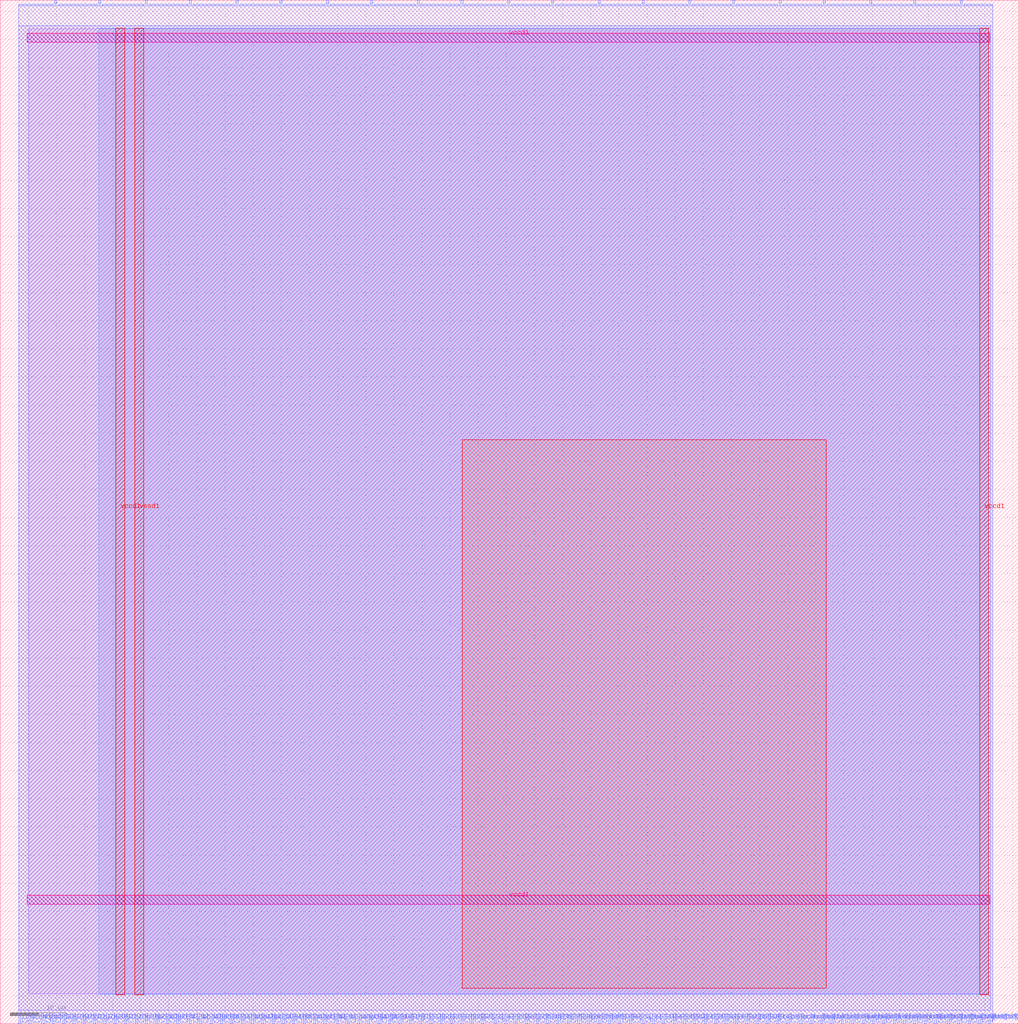
<source format=lef>
VERSION 5.7 ;
  NOWIREEXTENSIONATPIN ON ;
  DIVIDERCHAR "/" ;
  BUSBITCHARS "[]" ;
MACRO N_term_RAM_IO
  CLASS BLOCK ;
  FOREIGN N_term_RAM_IO ;
  ORIGIN 0.000 0.000 ;
  SIZE 181.000 BY 182.000 ;
  PIN FrameStrobe[0]
    DIRECTION INPUT ;
    USE SIGNAL ;
    ANTENNAGATEAREA 0.126000 ;
    PORT
      LAYER met2 ;
        RECT 138.040 0.000 138.420 0.700 ;
    END
  END FrameStrobe[0]
  PIN FrameStrobe[10]
    DIRECTION INPUT ;
    USE SIGNAL ;
    ANTENNAGATEAREA 0.196500 ;
    PORT
      LAYER met2 ;
        RECT 156.900 0.000 157.280 0.700 ;
    END
  END FrameStrobe[10]
  PIN FrameStrobe[11]
    DIRECTION INPUT ;
    USE SIGNAL ;
    ANTENNAGATEAREA 0.213000 ;
    PORT
      LAYER met2 ;
        RECT 158.740 0.000 159.120 0.700 ;
    END
  END FrameStrobe[11]
  PIN FrameStrobe[12]
    DIRECTION INPUT ;
    USE SIGNAL ;
    ANTENNAGATEAREA 0.126000 ;
    PORT
      LAYER met2 ;
        RECT 160.580 0.000 160.960 0.700 ;
    END
  END FrameStrobe[12]
  PIN FrameStrobe[13]
    DIRECTION INPUT ;
    USE SIGNAL ;
    ANTENNAGATEAREA 0.196500 ;
    PORT
      LAYER met2 ;
        RECT 162.420 0.000 162.800 0.700 ;
    END
  END FrameStrobe[13]
  PIN FrameStrobe[14]
    DIRECTION INPUT ;
    USE SIGNAL ;
    ANTENNAGATEAREA 0.213000 ;
    PORT
      LAYER met2 ;
        RECT 164.260 0.000 164.640 0.700 ;
    END
  END FrameStrobe[14]
  PIN FrameStrobe[15]
    DIRECTION INPUT ;
    USE SIGNAL ;
    ANTENNAGATEAREA 0.126000 ;
    PORT
      LAYER met2 ;
        RECT 166.100 0.000 166.480 0.700 ;
    END
  END FrameStrobe[15]
  PIN FrameStrobe[16]
    DIRECTION INPUT ;
    USE SIGNAL ;
    ANTENNAGATEAREA 0.126000 ;
    PORT
      LAYER met2 ;
        RECT 168.400 0.000 168.780 0.700 ;
    END
  END FrameStrobe[16]
  PIN FrameStrobe[17]
    DIRECTION INPUT ;
    USE SIGNAL ;
    ANTENNAGATEAREA 0.126000 ;
    PORT
      LAYER met2 ;
        RECT 170.240 0.000 170.620 0.700 ;
    END
  END FrameStrobe[17]
  PIN FrameStrobe[18]
    DIRECTION INPUT ;
    USE SIGNAL ;
    ANTENNAGATEAREA 0.126000 ;
    PORT
      LAYER met2 ;
        RECT 172.080 0.000 172.460 0.700 ;
    END
  END FrameStrobe[18]
  PIN FrameStrobe[19]
    DIRECTION INPUT ;
    USE SIGNAL ;
    ANTENNAGATEAREA 0.126000 ;
    PORT
      LAYER met2 ;
        RECT 173.920 0.000 174.300 0.700 ;
    END
  END FrameStrobe[19]
  PIN FrameStrobe[1]
    DIRECTION INPUT ;
    USE SIGNAL ;
    ANTENNAGATEAREA 0.196500 ;
    PORT
      LAYER met2 ;
        RECT 139.880 0.000 140.260 0.700 ;
    END
  END FrameStrobe[1]
  PIN FrameStrobe[2]
    DIRECTION INPUT ;
    USE SIGNAL ;
    ANTENNAGATEAREA 0.196500 ;
    PORT
      LAYER met2 ;
        RECT 142.180 0.000 142.560 0.700 ;
    END
  END FrameStrobe[2]
  PIN FrameStrobe[3]
    DIRECTION INPUT ;
    USE SIGNAL ;
    ANTENNAGATEAREA 0.196500 ;
    PORT
      LAYER met2 ;
        RECT 144.020 0.000 144.400 0.700 ;
    END
  END FrameStrobe[3]
  PIN FrameStrobe[4]
    DIRECTION INPUT ;
    USE SIGNAL ;
    ANTENNAGATEAREA 0.126000 ;
    PORT
      LAYER met2 ;
        RECT 145.860 0.000 146.240 0.700 ;
    END
  END FrameStrobe[4]
  PIN FrameStrobe[5]
    DIRECTION INPUT ;
    USE SIGNAL ;
    ANTENNAGATEAREA 0.196500 ;
    PORT
      LAYER met2 ;
        RECT 147.700 0.000 148.080 0.700 ;
    END
  END FrameStrobe[5]
  PIN FrameStrobe[6]
    DIRECTION INPUT ;
    USE SIGNAL ;
    ANTENNAGATEAREA 0.196500 ;
    PORT
      LAYER met2 ;
        RECT 149.540 0.000 149.920 0.700 ;
    END
  END FrameStrobe[6]
  PIN FrameStrobe[7]
    DIRECTION INPUT ;
    USE SIGNAL ;
    ANTENNAGATEAREA 0.126000 ;
    PORT
      LAYER met2 ;
        RECT 151.380 0.000 151.760 0.700 ;
    END
  END FrameStrobe[7]
  PIN FrameStrobe[8]
    DIRECTION INPUT ;
    USE SIGNAL ;
    ANTENNAGATEAREA 0.126000 ;
    PORT
      LAYER met2 ;
        RECT 153.220 0.000 153.600 0.700 ;
    END
  END FrameStrobe[8]
  PIN FrameStrobe[9]
    DIRECTION INPUT ;
    USE SIGNAL ;
    ANTENNAGATEAREA 0.126000 ;
    PORT
      LAYER met2 ;
        RECT 155.060 0.000 155.440 0.700 ;
    END
  END FrameStrobe[9]
  PIN FrameStrobe_O[0]
    DIRECTION OUTPUT TRISTATE ;
    USE SIGNAL ;
    ANTENNADIFFAREA 0.445500 ;
    PORT
      LAYER met2 ;
        RECT 9.700 181.300 10.080 182.000 ;
    END
  END FrameStrobe_O[0]
  PIN FrameStrobe_O[10]
    DIRECTION OUTPUT TRISTATE ;
    USE SIGNAL ;
    ANTENNADIFFAREA 0.795200 ;
    PORT
      LAYER met2 ;
        RECT 90.200 181.300 90.580 182.000 ;
    END
  END FrameStrobe_O[10]
  PIN FrameStrobe_O[11]
    DIRECTION OUTPUT TRISTATE ;
    USE SIGNAL ;
    ANTENNADIFFAREA 0.445500 ;
    PORT
      LAYER met2 ;
        RECT 98.020 181.300 98.400 182.000 ;
    END
  END FrameStrobe_O[11]
  PIN FrameStrobe_O[12]
    DIRECTION OUTPUT TRISTATE ;
    USE SIGNAL ;
    ANTENNADIFFAREA 0.445500 ;
    PORT
      LAYER met2 ;
        RECT 106.300 181.300 106.680 182.000 ;
    END
  END FrameStrobe_O[12]
  PIN FrameStrobe_O[13]
    DIRECTION OUTPUT TRISTATE ;
    USE SIGNAL ;
    ANTENNADIFFAREA 0.445500 ;
    PORT
      LAYER met2 ;
        RECT 114.120 181.300 114.500 182.000 ;
    END
  END FrameStrobe_O[13]
  PIN FrameStrobe_O[14]
    DIRECTION OUTPUT TRISTATE ;
    USE SIGNAL ;
    ANTENNADIFFAREA 0.795200 ;
    PORT
      LAYER met2 ;
        RECT 122.400 181.300 122.780 182.000 ;
    END
  END FrameStrobe_O[14]
  PIN FrameStrobe_O[15]
    DIRECTION OUTPUT TRISTATE ;
    USE SIGNAL ;
    ANTENNADIFFAREA 0.795200 ;
    PORT
      LAYER met2 ;
        RECT 130.220 181.300 130.600 182.000 ;
    END
  END FrameStrobe_O[15]
  PIN FrameStrobe_O[16]
    DIRECTION OUTPUT TRISTATE ;
    USE SIGNAL ;
    ANTENNADIFFAREA 0.795200 ;
    PORT
      LAYER met2 ;
        RECT 138.500 181.300 138.880 182.000 ;
    END
  END FrameStrobe_O[16]
  PIN FrameStrobe_O[17]
    DIRECTION OUTPUT TRISTATE ;
    USE SIGNAL ;
    ANTENNADIFFAREA 0.445500 ;
    PORT
      LAYER met2 ;
        RECT 146.320 181.300 146.700 182.000 ;
    END
  END FrameStrobe_O[17]
  PIN FrameStrobe_O[18]
    DIRECTION OUTPUT TRISTATE ;
    USE SIGNAL ;
    ANTENNADIFFAREA 0.445500 ;
    PORT
      LAYER met2 ;
        RECT 154.600 181.300 154.980 182.000 ;
    END
  END FrameStrobe_O[18]
  PIN FrameStrobe_O[19]
    DIRECTION OUTPUT TRISTATE ;
    USE SIGNAL ;
    ANTENNADIFFAREA 0.445500 ;
    PORT
      LAYER met2 ;
        RECT 162.420 181.300 162.800 182.000 ;
    END
  END FrameStrobe_O[19]
  PIN FrameStrobe_O[1]
    DIRECTION OUTPUT TRISTATE ;
    USE SIGNAL ;
    ANTENNADIFFAREA 0.445500 ;
    PORT
      LAYER met2 ;
        RECT 17.520 181.300 17.900 182.000 ;
    END
  END FrameStrobe_O[1]
  PIN FrameStrobe_O[2]
    DIRECTION OUTPUT TRISTATE ;
    USE SIGNAL ;
    ANTENNADIFFAREA 0.795200 ;
    PORT
      LAYER met2 ;
        RECT 25.800 181.300 26.180 182.000 ;
    END
  END FrameStrobe_O[2]
  PIN FrameStrobe_O[3]
    DIRECTION OUTPUT TRISTATE ;
    USE SIGNAL ;
    ANTENNADIFFAREA 0.795200 ;
    PORT
      LAYER met2 ;
        RECT 33.620 181.300 34.000 182.000 ;
    END
  END FrameStrobe_O[3]
  PIN FrameStrobe_O[4]
    DIRECTION OUTPUT TRISTATE ;
    USE SIGNAL ;
    ANTENNADIFFAREA 0.445500 ;
    PORT
      LAYER met2 ;
        RECT 41.900 181.300 42.280 182.000 ;
    END
  END FrameStrobe_O[4]
  PIN FrameStrobe_O[5]
    DIRECTION OUTPUT TRISTATE ;
    USE SIGNAL ;
    ANTENNADIFFAREA 0.445500 ;
    PORT
      LAYER met2 ;
        RECT 49.720 181.300 50.100 182.000 ;
    END
  END FrameStrobe_O[5]
  PIN FrameStrobe_O[6]
    DIRECTION OUTPUT TRISTATE ;
    USE SIGNAL ;
    ANTENNADIFFAREA 0.445500 ;
    PORT
      LAYER met2 ;
        RECT 58.000 181.300 58.380 182.000 ;
    END
  END FrameStrobe_O[6]
  PIN FrameStrobe_O[7]
    DIRECTION OUTPUT TRISTATE ;
    USE SIGNAL ;
    ANTENNADIFFAREA 0.445500 ;
    PORT
      LAYER met2 ;
        RECT 65.820 181.300 66.200 182.000 ;
    END
  END FrameStrobe_O[7]
  PIN FrameStrobe_O[8]
    DIRECTION OUTPUT TRISTATE ;
    USE SIGNAL ;
    ANTENNADIFFAREA 0.795200 ;
    PORT
      LAYER met2 ;
        RECT 74.100 181.300 74.480 182.000 ;
    END
  END FrameStrobe_O[8]
  PIN FrameStrobe_O[9]
    DIRECTION OUTPUT TRISTATE ;
    USE SIGNAL ;
    ANTENNADIFFAREA 0.795200 ;
    PORT
      LAYER met2 ;
        RECT 81.920 181.300 82.300 182.000 ;
    END
  END FrameStrobe_O[9]
  PIN N1END[0]
    DIRECTION INPUT ;
    USE SIGNAL ;
    ANTENNAGATEAREA 0.126000 ;
    PORT
      LAYER met2 ;
        RECT 3.260 0.000 3.640 0.700 ;
    END
  END N1END[0]
  PIN N1END[1]
    DIRECTION INPUT ;
    USE SIGNAL ;
    ANTENNAGATEAREA 0.196500 ;
    PORT
      LAYER met2 ;
        RECT 5.100 0.000 5.480 0.700 ;
    END
  END N1END[1]
  PIN N1END[2]
    DIRECTION INPUT ;
    USE SIGNAL ;
    ANTENNAGATEAREA 0.196500 ;
    PORT
      LAYER met2 ;
        RECT 7.400 0.000 7.780 0.700 ;
    END
  END N1END[2]
  PIN N1END[3]
    DIRECTION INPUT ;
    USE SIGNAL ;
    ANTENNAGATEAREA 0.196500 ;
    PORT
      LAYER met2 ;
        RECT 9.240 0.000 9.620 0.700 ;
    END
  END N1END[3]
  PIN N2END[0]
    DIRECTION INPUT ;
    USE SIGNAL ;
    ANTENNAGATEAREA 0.196500 ;
    PORT
      LAYER met2 ;
        RECT 25.800 0.000 26.180 0.700 ;
    END
  END N2END[0]
  PIN N2END[1]
    DIRECTION INPUT ;
    USE SIGNAL ;
    ANTENNAGATEAREA 0.196500 ;
    PORT
      LAYER met2 ;
        RECT 27.640 0.000 28.020 0.700 ;
    END
  END N2END[1]
  PIN N2END[2]
    DIRECTION INPUT ;
    USE SIGNAL ;
    ANTENNAGATEAREA 0.196500 ;
    PORT
      LAYER met2 ;
        RECT 29.480 0.000 29.860 0.700 ;
    END
  END N2END[2]
  PIN N2END[3]
    DIRECTION INPUT ;
    USE SIGNAL ;
    ANTENNAGATEAREA 0.196500 ;
    PORT
      LAYER met2 ;
        RECT 31.320 0.000 31.700 0.700 ;
    END
  END N2END[3]
  PIN N2END[4]
    DIRECTION INPUT ;
    USE SIGNAL ;
    ANTENNAGATEAREA 0.196500 ;
    PORT
      LAYER met2 ;
        RECT 33.620 0.000 34.000 0.700 ;
    END
  END N2END[4]
  PIN N2END[5]
    DIRECTION INPUT ;
    USE SIGNAL ;
    ANTENNAGATEAREA 0.196500 ;
    PORT
      LAYER met2 ;
        RECT 35.460 0.000 35.840 0.700 ;
    END
  END N2END[5]
  PIN N2END[6]
    DIRECTION INPUT ;
    USE SIGNAL ;
    ANTENNAGATEAREA 0.126000 ;
    PORT
      LAYER met2 ;
        RECT 37.300 0.000 37.680 0.700 ;
    END
  END N2END[6]
  PIN N2END[7]
    DIRECTION INPUT ;
    USE SIGNAL ;
    ANTENNAGATEAREA 0.126000 ;
    PORT
      LAYER met2 ;
        RECT 39.140 0.000 39.520 0.700 ;
    END
  END N2END[7]
  PIN N2MID[0]
    DIRECTION INPUT ;
    USE SIGNAL ;
    ANTENNAGATEAREA 0.213000 ;
    PORT
      LAYER met2 ;
        RECT 11.080 0.000 11.460 0.700 ;
    END
  END N2MID[0]
  PIN N2MID[1]
    DIRECTION INPUT ;
    USE SIGNAL ;
    ANTENNAGATEAREA 0.126000 ;
    PORT
      LAYER met2 ;
        RECT 12.920 0.000 13.300 0.700 ;
    END
  END N2MID[1]
  PIN N2MID[2]
    DIRECTION INPUT ;
    USE SIGNAL ;
    ANTENNAGATEAREA 0.126000 ;
    PORT
      LAYER met2 ;
        RECT 14.760 0.000 15.140 0.700 ;
    END
  END N2MID[2]
  PIN N2MID[3]
    DIRECTION INPUT ;
    USE SIGNAL ;
    ANTENNAGATEAREA 0.196500 ;
    PORT
      LAYER met2 ;
        RECT 16.600 0.000 16.980 0.700 ;
    END
  END N2MID[3]
  PIN N2MID[4]
    DIRECTION INPUT ;
    USE SIGNAL ;
    ANTENNAGATEAREA 0.126000 ;
    PORT
      LAYER met2 ;
        RECT 18.440 0.000 18.820 0.700 ;
    END
  END N2MID[4]
  PIN N2MID[5]
    DIRECTION INPUT ;
    USE SIGNAL ;
    ANTENNAGATEAREA 0.126000 ;
    PORT
      LAYER met2 ;
        RECT 20.280 0.000 20.660 0.700 ;
    END
  END N2MID[5]
  PIN N2MID[6]
    DIRECTION INPUT ;
    USE SIGNAL ;
    ANTENNAGATEAREA 0.196500 ;
    PORT
      LAYER met2 ;
        RECT 22.120 0.000 22.500 0.700 ;
    END
  END N2MID[6]
  PIN N2MID[7]
    DIRECTION INPUT ;
    USE SIGNAL ;
    ANTENNAGATEAREA 0.126000 ;
    PORT
      LAYER met2 ;
        RECT 23.960 0.000 24.340 0.700 ;
    END
  END N2MID[7]
  PIN N4END[0]
    DIRECTION INPUT ;
    USE SIGNAL ;
    ANTENNAGATEAREA 0.196500 ;
    PORT
      LAYER met2 ;
        RECT 40.980 0.000 41.360 0.700 ;
    END
  END N4END[0]
  PIN N4END[10]
    DIRECTION INPUT ;
    USE SIGNAL ;
    ANTENNAGATEAREA 0.196500 ;
    PORT
      LAYER met2 ;
        RECT 59.840 0.000 60.220 0.700 ;
    END
  END N4END[10]
  PIN N4END[11]
    DIRECTION INPUT ;
    USE SIGNAL ;
    ANTENNAGATEAREA 0.196500 ;
    PORT
      LAYER met2 ;
        RECT 61.680 0.000 62.060 0.700 ;
    END
  END N4END[11]
  PIN N4END[12]
    DIRECTION INPUT ;
    USE SIGNAL ;
    ANTENNAGATEAREA 0.196500 ;
    PORT
      LAYER met2 ;
        RECT 63.520 0.000 63.900 0.700 ;
    END
  END N4END[12]
  PIN N4END[13]
    DIRECTION INPUT ;
    USE SIGNAL ;
    ANTENNAGATEAREA 0.196500 ;
    PORT
      LAYER met2 ;
        RECT 65.360 0.000 65.740 0.700 ;
    END
  END N4END[13]
  PIN N4END[14]
    DIRECTION INPUT ;
    USE SIGNAL ;
    ANTENNAGATEAREA 0.196500 ;
    PORT
      LAYER met2 ;
        RECT 67.200 0.000 67.580 0.700 ;
    END
  END N4END[14]
  PIN N4END[15]
    DIRECTION INPUT ;
    USE SIGNAL ;
    ANTENNAGATEAREA 0.196500 ;
    PORT
      LAYER met2 ;
        RECT 69.040 0.000 69.420 0.700 ;
    END
  END N4END[15]
  PIN N4END[1]
    DIRECTION INPUT ;
    USE SIGNAL ;
    ANTENNAGATEAREA 0.196500 ;
    PORT
      LAYER met2 ;
        RECT 42.820 0.000 43.200 0.700 ;
    END
  END N4END[1]
  PIN N4END[2]
    DIRECTION INPUT ;
    USE SIGNAL ;
    ANTENNAGATEAREA 0.196500 ;
    PORT
      LAYER met2 ;
        RECT 44.660 0.000 45.040 0.700 ;
    END
  END N4END[2]
  PIN N4END[3]
    DIRECTION INPUT ;
    USE SIGNAL ;
    ANTENNAGATEAREA 0.196500 ;
    PORT
      LAYER met2 ;
        RECT 46.500 0.000 46.880 0.700 ;
    END
  END N4END[3]
  PIN N4END[4]
    DIRECTION INPUT ;
    USE SIGNAL ;
    ANTENNAGATEAREA 0.196500 ;
    PORT
      LAYER met2 ;
        RECT 48.340 0.000 48.720 0.700 ;
    END
  END N4END[4]
  PIN N4END[5]
    DIRECTION INPUT ;
    USE SIGNAL ;
    ANTENNAGATEAREA 0.196500 ;
    PORT
      LAYER met2 ;
        RECT 50.180 0.000 50.560 0.700 ;
    END
  END N4END[5]
  PIN N4END[6]
    DIRECTION INPUT ;
    USE SIGNAL ;
    ANTENNAGATEAREA 0.196500 ;
    PORT
      LAYER met2 ;
        RECT 52.020 0.000 52.400 0.700 ;
    END
  END N4END[6]
  PIN N4END[7]
    DIRECTION INPUT ;
    USE SIGNAL ;
    ANTENNAGATEAREA 0.196500 ;
    PORT
      LAYER met2 ;
        RECT 53.860 0.000 54.240 0.700 ;
    END
  END N4END[7]
  PIN N4END[8]
    DIRECTION INPUT ;
    USE SIGNAL ;
    ANTENNAGATEAREA 0.196500 ;
    PORT
      LAYER met2 ;
        RECT 55.700 0.000 56.080 0.700 ;
    END
  END N4END[8]
  PIN N4END[9]
    DIRECTION INPUT ;
    USE SIGNAL ;
    ANTENNAGATEAREA 0.196500 ;
    PORT
      LAYER met2 ;
        RECT 57.540 0.000 57.920 0.700 ;
    END
  END N4END[9]
  PIN S1BEG[0]
    DIRECTION OUTPUT TRISTATE ;
    USE SIGNAL ;
    ANTENNADIFFAREA 0.795200 ;
    PORT
      LAYER met2 ;
        RECT 70.880 0.000 71.260 0.700 ;
    END
  END S1BEG[0]
  PIN S1BEG[1]
    DIRECTION OUTPUT TRISTATE ;
    USE SIGNAL ;
    ANTENNADIFFAREA 0.445500 ;
    PORT
      LAYER met2 ;
        RECT 72.720 0.000 73.100 0.700 ;
    END
  END S1BEG[1]
  PIN S1BEG[2]
    DIRECTION OUTPUT TRISTATE ;
    USE SIGNAL ;
    ANTENNADIFFAREA 0.445500 ;
    PORT
      LAYER met2 ;
        RECT 74.560 0.000 74.940 0.700 ;
    END
  END S1BEG[2]
  PIN S1BEG[3]
    DIRECTION OUTPUT TRISTATE ;
    USE SIGNAL ;
    ANTENNADIFFAREA 0.795200 ;
    PORT
      LAYER met2 ;
        RECT 76.400 0.000 76.780 0.700 ;
    END
  END S1BEG[3]
  PIN S2BEG[0]
    DIRECTION OUTPUT TRISTATE ;
    USE SIGNAL ;
    ANTENNADIFFAREA 0.445500 ;
    PORT
      LAYER met2 ;
        RECT 78.240 0.000 78.620 0.700 ;
    END
  END S2BEG[0]
  PIN S2BEG[1]
    DIRECTION OUTPUT TRISTATE ;
    USE SIGNAL ;
    ANTENNADIFFAREA 0.445500 ;
    PORT
      LAYER met2 ;
        RECT 80.080 0.000 80.460 0.700 ;
    END
  END S2BEG[1]
  PIN S2BEG[2]
    DIRECTION OUTPUT TRISTATE ;
    USE SIGNAL ;
    ANTENNADIFFAREA 0.445500 ;
    PORT
      LAYER met2 ;
        RECT 81.920 0.000 82.300 0.700 ;
    END
  END S2BEG[2]
  PIN S2BEG[3]
    DIRECTION OUTPUT TRISTATE ;
    USE SIGNAL ;
    ANTENNADIFFAREA 0.445500 ;
    PORT
      LAYER met2 ;
        RECT 83.760 0.000 84.140 0.700 ;
    END
  END S2BEG[3]
  PIN S2BEG[4]
    DIRECTION OUTPUT TRISTATE ;
    USE SIGNAL ;
    ANTENNADIFFAREA 0.445500 ;
    PORT
      LAYER met2 ;
        RECT 85.600 0.000 85.980 0.700 ;
    END
  END S2BEG[4]
  PIN S2BEG[5]
    DIRECTION OUTPUT TRISTATE ;
    USE SIGNAL ;
    ANTENNADIFFAREA 0.445500 ;
    PORT
      LAYER met2 ;
        RECT 87.900 0.000 88.280 0.700 ;
    END
  END S2BEG[5]
  PIN S2BEG[6]
    DIRECTION OUTPUT TRISTATE ;
    USE SIGNAL ;
    ANTENNADIFFAREA 0.795200 ;
    PORT
      LAYER met2 ;
        RECT 89.740 0.000 90.120 0.700 ;
    END
  END S2BEG[6]
  PIN S2BEG[7]
    DIRECTION OUTPUT TRISTATE ;
    USE SIGNAL ;
    ANTENNADIFFAREA 0.445500 ;
    PORT
      LAYER met2 ;
        RECT 91.580 0.000 91.960 0.700 ;
    END
  END S2BEG[7]
  PIN S2BEGb[0]
    DIRECTION OUTPUT TRISTATE ;
    USE SIGNAL ;
    ANTENNADIFFAREA 0.795200 ;
    PORT
      LAYER met2 ;
        RECT 93.420 0.000 93.800 0.700 ;
    END
  END S2BEGb[0]
  PIN S2BEGb[1]
    DIRECTION OUTPUT TRISTATE ;
    USE SIGNAL ;
    ANTENNADIFFAREA 0.795200 ;
    PORT
      LAYER met2 ;
        RECT 95.260 0.000 95.640 0.700 ;
    END
  END S2BEGb[1]
  PIN S2BEGb[2]
    DIRECTION OUTPUT TRISTATE ;
    USE SIGNAL ;
    ANTENNADIFFAREA 0.445500 ;
    PORT
      LAYER met2 ;
        RECT 97.100 0.000 97.480 0.700 ;
    END
  END S2BEGb[2]
  PIN S2BEGb[3]
    DIRECTION OUTPUT TRISTATE ;
    USE SIGNAL ;
    ANTENNADIFFAREA 0.445500 ;
    PORT
      LAYER met2 ;
        RECT 98.940 0.000 99.320 0.700 ;
    END
  END S2BEGb[3]
  PIN S2BEGb[4]
    DIRECTION OUTPUT TRISTATE ;
    USE SIGNAL ;
    ANTENNADIFFAREA 0.795200 ;
    PORT
      LAYER met2 ;
        RECT 100.780 0.000 101.160 0.700 ;
    END
  END S2BEGb[4]
  PIN S2BEGb[5]
    DIRECTION OUTPUT TRISTATE ;
    USE SIGNAL ;
    ANTENNADIFFAREA 0.795200 ;
    PORT
      LAYER met2 ;
        RECT 102.620 0.000 103.000 0.700 ;
    END
  END S2BEGb[5]
  PIN S2BEGb[6]
    DIRECTION OUTPUT TRISTATE ;
    USE SIGNAL ;
    ANTENNADIFFAREA 0.795200 ;
    PORT
      LAYER met2 ;
        RECT 104.460 0.000 104.840 0.700 ;
    END
  END S2BEGb[6]
  PIN S2BEGb[7]
    DIRECTION OUTPUT TRISTATE ;
    USE SIGNAL ;
    ANTENNADIFFAREA 0.795200 ;
    PORT
      LAYER met2 ;
        RECT 106.300 0.000 106.680 0.700 ;
    END
  END S2BEGb[7]
  PIN S4BEG[0]
    DIRECTION OUTPUT TRISTATE ;
    USE SIGNAL ;
    ANTENNADIFFAREA 0.795200 ;
    PORT
      LAYER met2 ;
        RECT 108.140 0.000 108.520 0.700 ;
    END
  END S4BEG[0]
  PIN S4BEG[10]
    DIRECTION OUTPUT TRISTATE ;
    USE SIGNAL ;
    ANTENNADIFFAREA 0.795200 ;
    PORT
      LAYER met2 ;
        RECT 127.000 0.000 127.380 0.700 ;
    END
  END S4BEG[10]
  PIN S4BEG[11]
    DIRECTION OUTPUT TRISTATE ;
    USE SIGNAL ;
    ANTENNADIFFAREA 0.795200 ;
    PORT
      LAYER met2 ;
        RECT 128.840 0.000 129.220 0.700 ;
    END
  END S4BEG[11]
  PIN S4BEG[12]
    DIRECTION OUTPUT TRISTATE ;
    USE SIGNAL ;
    ANTENNADIFFAREA 0.795200 ;
    PORT
      LAYER met2 ;
        RECT 130.680 0.000 131.060 0.700 ;
    END
  END S4BEG[12]
  PIN S4BEG[13]
    DIRECTION OUTPUT TRISTATE ;
    USE SIGNAL ;
    ANTENNADIFFAREA 0.795200 ;
    PORT
      LAYER met2 ;
        RECT 132.520 0.000 132.900 0.700 ;
    END
  END S4BEG[13]
  PIN S4BEG[14]
    DIRECTION OUTPUT TRISTATE ;
    USE SIGNAL ;
    ANTENNADIFFAREA 0.795200 ;
    PORT
      LAYER met2 ;
        RECT 134.360 0.000 134.740 0.700 ;
    END
  END S4BEG[14]
  PIN S4BEG[15]
    DIRECTION OUTPUT TRISTATE ;
    USE SIGNAL ;
    ANTENNADIFFAREA 0.795200 ;
    PORT
      LAYER met2 ;
        RECT 136.200 0.000 136.580 0.700 ;
    END
  END S4BEG[15]
  PIN S4BEG[1]
    DIRECTION OUTPUT TRISTATE ;
    USE SIGNAL ;
    ANTENNADIFFAREA 0.795200 ;
    PORT
      LAYER met2 ;
        RECT 109.980 0.000 110.360 0.700 ;
    END
  END S4BEG[1]
  PIN S4BEG[2]
    DIRECTION OUTPUT TRISTATE ;
    USE SIGNAL ;
    ANTENNADIFFAREA 0.795200 ;
    PORT
      LAYER met2 ;
        RECT 111.820 0.000 112.200 0.700 ;
    END
  END S4BEG[2]
  PIN S4BEG[3]
    DIRECTION OUTPUT TRISTATE ;
    USE SIGNAL ;
    ANTENNADIFFAREA 0.795200 ;
    PORT
      LAYER met2 ;
        RECT 114.120 0.000 114.500 0.700 ;
    END
  END S4BEG[3]
  PIN S4BEG[4]
    DIRECTION OUTPUT TRISTATE ;
    USE SIGNAL ;
    ANTENNADIFFAREA 0.795200 ;
    PORT
      LAYER met2 ;
        RECT 115.960 0.000 116.340 0.700 ;
    END
  END S4BEG[4]
  PIN S4BEG[5]
    DIRECTION OUTPUT TRISTATE ;
    USE SIGNAL ;
    ANTENNADIFFAREA 0.795200 ;
    PORT
      LAYER met2 ;
        RECT 117.800 0.000 118.180 0.700 ;
    END
  END S4BEG[5]
  PIN S4BEG[6]
    DIRECTION OUTPUT TRISTATE ;
    USE SIGNAL ;
    ANTENNADIFFAREA 0.795200 ;
    PORT
      LAYER met2 ;
        RECT 119.640 0.000 120.020 0.700 ;
    END
  END S4BEG[6]
  PIN S4BEG[7]
    DIRECTION OUTPUT TRISTATE ;
    USE SIGNAL ;
    ANTENNADIFFAREA 0.795200 ;
    PORT
      LAYER met2 ;
        RECT 121.480 0.000 121.860 0.700 ;
    END
  END S4BEG[7]
  PIN S4BEG[8]
    DIRECTION OUTPUT TRISTATE ;
    USE SIGNAL ;
    ANTENNADIFFAREA 0.795200 ;
    PORT
      LAYER met2 ;
        RECT 123.320 0.000 123.700 0.700 ;
    END
  END S4BEG[8]
  PIN S4BEG[9]
    DIRECTION OUTPUT TRISTATE ;
    USE SIGNAL ;
    ANTENNADIFFAREA 0.795200 ;
    PORT
      LAYER met2 ;
        RECT 125.160 0.000 125.540 0.700 ;
    END
  END S4BEG[9]
  PIN UserCLK
    DIRECTION INPUT ;
    USE SIGNAL ;
    ANTENNAGATEAREA 0.159000 ;
    PORT
      LAYER met2 ;
        RECT 175.760 0.000 176.140 0.700 ;
    END
  END UserCLK
  PIN UserCLKo
    DIRECTION OUTPUT TRISTATE ;
    USE SIGNAL ;
    ANTENNADIFFAREA 0.340600 ;
    PORT
      LAYER met2 ;
        RECT 170.700 181.300 171.080 182.000 ;
    END
  END UserCLKo
  PIN vccd1
    DIRECTION INOUT ;
    USE POWER ;
    PORT
      LAYER met4 ;
        RECT 20.580 5.200 22.180 177.040 ;
    END
    PORT
      LAYER met4 ;
        RECT 174.180 5.200 175.780 177.040 ;
    END
    PORT
      LAYER met5 ;
        RECT 4.820 21.290 175.960 22.890 ;
    END
    PORT
      LAYER met5 ;
        RECT 4.820 174.470 175.960 176.070 ;
    END
  END vccd1
  PIN vssd1
    DIRECTION INOUT ;
    USE GROUND ;
    PORT
      LAYER met4 ;
        RECT 23.880 5.200 25.480 177.040 ;
    END
  END vssd1
  OBS
      LAYER li1 ;
        RECT 5.060 5.355 175.720 176.885 ;
      LAYER met1 ;
        RECT 3.290 2.420 176.110 177.440 ;
      LAYER met2 ;
        RECT 3.320 181.020 9.420 181.300 ;
        RECT 10.360 181.020 17.240 181.300 ;
        RECT 18.180 181.020 25.520 181.300 ;
        RECT 26.460 181.020 33.340 181.300 ;
        RECT 34.280 181.020 41.620 181.300 ;
        RECT 42.560 181.020 49.440 181.300 ;
        RECT 50.380 181.020 57.720 181.300 ;
        RECT 58.660 181.020 65.540 181.300 ;
        RECT 66.480 181.020 73.820 181.300 ;
        RECT 74.760 181.020 81.640 181.300 ;
        RECT 82.580 181.020 89.920 181.300 ;
        RECT 90.860 181.020 97.740 181.300 ;
        RECT 98.680 181.020 106.020 181.300 ;
        RECT 106.960 181.020 113.840 181.300 ;
        RECT 114.780 181.020 122.120 181.300 ;
        RECT 123.060 181.020 129.940 181.300 ;
        RECT 130.880 181.020 138.220 181.300 ;
        RECT 139.160 181.020 146.040 181.300 ;
        RECT 146.980 181.020 154.320 181.300 ;
        RECT 155.260 181.020 162.140 181.300 ;
        RECT 163.080 181.020 170.420 181.300 ;
        RECT 171.360 181.020 176.480 181.300 ;
        RECT 3.320 0.980 176.480 181.020 ;
        RECT 3.920 0.270 4.820 0.980 ;
        RECT 5.760 0.270 7.120 0.980 ;
        RECT 8.060 0.270 8.960 0.980 ;
        RECT 9.900 0.270 10.800 0.980 ;
        RECT 11.740 0.270 12.640 0.980 ;
        RECT 13.580 0.270 14.480 0.980 ;
        RECT 15.420 0.270 16.320 0.980 ;
        RECT 17.260 0.270 18.160 0.980 ;
        RECT 19.100 0.270 20.000 0.980 ;
        RECT 20.940 0.270 21.840 0.980 ;
        RECT 22.780 0.270 23.680 0.980 ;
        RECT 24.620 0.270 25.520 0.980 ;
        RECT 26.460 0.270 27.360 0.980 ;
        RECT 28.300 0.270 29.200 0.980 ;
        RECT 30.140 0.270 31.040 0.980 ;
        RECT 31.980 0.270 33.340 0.980 ;
        RECT 34.280 0.270 35.180 0.980 ;
        RECT 36.120 0.270 37.020 0.980 ;
        RECT 37.960 0.270 38.860 0.980 ;
        RECT 39.800 0.270 40.700 0.980 ;
        RECT 41.640 0.270 42.540 0.980 ;
        RECT 43.480 0.270 44.380 0.980 ;
        RECT 45.320 0.270 46.220 0.980 ;
        RECT 47.160 0.270 48.060 0.980 ;
        RECT 49.000 0.270 49.900 0.980 ;
        RECT 50.840 0.270 51.740 0.980 ;
        RECT 52.680 0.270 53.580 0.980 ;
        RECT 54.520 0.270 55.420 0.980 ;
        RECT 56.360 0.270 57.260 0.980 ;
        RECT 58.200 0.270 59.560 0.980 ;
        RECT 60.500 0.270 61.400 0.980 ;
        RECT 62.340 0.270 63.240 0.980 ;
        RECT 64.180 0.270 65.080 0.980 ;
        RECT 66.020 0.270 66.920 0.980 ;
        RECT 67.860 0.270 68.760 0.980 ;
        RECT 69.700 0.270 70.600 0.980 ;
        RECT 71.540 0.270 72.440 0.980 ;
        RECT 73.380 0.270 74.280 0.980 ;
        RECT 75.220 0.270 76.120 0.980 ;
        RECT 77.060 0.270 77.960 0.980 ;
        RECT 78.900 0.270 79.800 0.980 ;
        RECT 80.740 0.270 81.640 0.980 ;
        RECT 82.580 0.270 83.480 0.980 ;
        RECT 84.420 0.270 85.320 0.980 ;
        RECT 86.260 0.270 87.620 0.980 ;
        RECT 88.560 0.270 89.460 0.980 ;
        RECT 90.400 0.270 91.300 0.980 ;
        RECT 92.240 0.270 93.140 0.980 ;
        RECT 94.080 0.270 94.980 0.980 ;
        RECT 95.920 0.270 96.820 0.980 ;
        RECT 97.760 0.270 98.660 0.980 ;
        RECT 99.600 0.270 100.500 0.980 ;
        RECT 101.440 0.270 102.340 0.980 ;
        RECT 103.280 0.270 104.180 0.980 ;
        RECT 105.120 0.270 106.020 0.980 ;
        RECT 106.960 0.270 107.860 0.980 ;
        RECT 108.800 0.270 109.700 0.980 ;
        RECT 110.640 0.270 111.540 0.980 ;
        RECT 112.480 0.270 113.840 0.980 ;
        RECT 114.780 0.270 115.680 0.980 ;
        RECT 116.620 0.270 117.520 0.980 ;
        RECT 118.460 0.270 119.360 0.980 ;
        RECT 120.300 0.270 121.200 0.980 ;
        RECT 122.140 0.270 123.040 0.980 ;
        RECT 123.980 0.270 124.880 0.980 ;
        RECT 125.820 0.270 126.720 0.980 ;
        RECT 127.660 0.270 128.560 0.980 ;
        RECT 129.500 0.270 130.400 0.980 ;
        RECT 131.340 0.270 132.240 0.980 ;
        RECT 133.180 0.270 134.080 0.980 ;
        RECT 135.020 0.270 135.920 0.980 ;
        RECT 136.860 0.270 137.760 0.980 ;
        RECT 138.700 0.270 139.600 0.980 ;
        RECT 140.540 0.270 141.900 0.980 ;
        RECT 142.840 0.270 143.740 0.980 ;
        RECT 144.680 0.270 145.580 0.980 ;
        RECT 146.520 0.270 147.420 0.980 ;
        RECT 148.360 0.270 149.260 0.980 ;
        RECT 150.200 0.270 151.100 0.980 ;
        RECT 152.040 0.270 152.940 0.980 ;
        RECT 153.880 0.270 154.780 0.980 ;
        RECT 155.720 0.270 156.620 0.980 ;
        RECT 157.560 0.270 158.460 0.980 ;
        RECT 159.400 0.270 160.300 0.980 ;
        RECT 161.240 0.270 162.140 0.980 ;
        RECT 163.080 0.270 163.980 0.980 ;
        RECT 164.920 0.270 165.820 0.980 ;
        RECT 166.760 0.270 168.120 0.980 ;
        RECT 169.060 0.270 169.960 0.980 ;
        RECT 170.900 0.270 171.800 0.980 ;
        RECT 172.740 0.270 173.640 0.980 ;
        RECT 174.580 0.270 175.480 0.980 ;
        RECT 176.420 0.270 176.480 0.980 ;
      LAYER met3 ;
        RECT 17.545 5.275 175.770 176.965 ;
      LAYER met4 ;
        RECT 82.175 6.295 146.905 103.865 ;
  END
END N_term_RAM_IO
END LIBRARY


</source>
